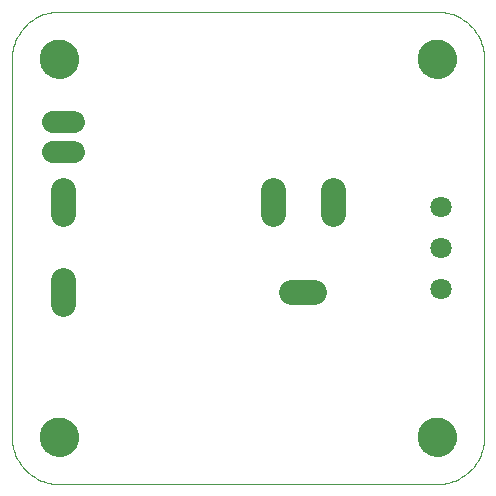
<source format=gbs>
G75*
G70*
%OFA0B0*%
%FSLAX24Y24*%
%IPPOS*%
%LPD*%
%AMOC8*
5,1,8,0,0,1.08239X$1,22.5*
%
%ADD10C,0.0820*%
%ADD11C,0.0749*%
%ADD12C,0.0709*%
%ADD13C,0.0000*%
%ADD14C,0.1300*%
D10*
X007309Y009433D02*
X007309Y010213D01*
X007309Y012433D02*
X007309Y013213D01*
X014309Y013213D02*
X014309Y012433D01*
X016309Y012433D02*
X016309Y013213D01*
X015699Y009823D02*
X014919Y009823D01*
D11*
X007684Y014486D02*
X006975Y014486D01*
X006975Y015486D02*
X007684Y015486D01*
D12*
X019919Y012671D03*
X019919Y011293D03*
X019919Y009915D03*
D13*
X005612Y004990D02*
X005612Y017589D01*
X006557Y017589D02*
X006559Y017639D01*
X006565Y017689D01*
X006575Y017738D01*
X006589Y017786D01*
X006606Y017833D01*
X006627Y017878D01*
X006652Y017922D01*
X006680Y017963D01*
X006712Y018002D01*
X006746Y018039D01*
X006783Y018073D01*
X006823Y018103D01*
X006865Y018130D01*
X006909Y018154D01*
X006955Y018175D01*
X007002Y018191D01*
X007050Y018204D01*
X007100Y018213D01*
X007149Y018218D01*
X007200Y018219D01*
X007250Y018216D01*
X007299Y018209D01*
X007348Y018198D01*
X007396Y018183D01*
X007442Y018165D01*
X007487Y018143D01*
X007530Y018117D01*
X007571Y018088D01*
X007610Y018056D01*
X007646Y018021D01*
X007678Y017983D01*
X007708Y017943D01*
X007735Y017900D01*
X007758Y017856D01*
X007777Y017810D01*
X007793Y017762D01*
X007805Y017713D01*
X007813Y017664D01*
X007817Y017614D01*
X007817Y017564D01*
X007813Y017514D01*
X007805Y017465D01*
X007793Y017416D01*
X007777Y017368D01*
X007758Y017322D01*
X007735Y017278D01*
X007708Y017235D01*
X007678Y017195D01*
X007646Y017157D01*
X007610Y017122D01*
X007571Y017090D01*
X007530Y017061D01*
X007487Y017035D01*
X007442Y017013D01*
X007396Y016995D01*
X007348Y016980D01*
X007299Y016969D01*
X007250Y016962D01*
X007200Y016959D01*
X007149Y016960D01*
X007100Y016965D01*
X007050Y016974D01*
X007002Y016987D01*
X006955Y017003D01*
X006909Y017024D01*
X006865Y017048D01*
X006823Y017075D01*
X006783Y017105D01*
X006746Y017139D01*
X006712Y017176D01*
X006680Y017215D01*
X006652Y017256D01*
X006627Y017300D01*
X006606Y017345D01*
X006589Y017392D01*
X006575Y017440D01*
X006565Y017489D01*
X006559Y017539D01*
X006557Y017589D01*
X005612Y017589D02*
X005614Y017666D01*
X005620Y017743D01*
X005629Y017820D01*
X005642Y017896D01*
X005659Y017972D01*
X005680Y018046D01*
X005704Y018120D01*
X005732Y018192D01*
X005763Y018262D01*
X005798Y018331D01*
X005836Y018399D01*
X005877Y018464D01*
X005922Y018527D01*
X005970Y018588D01*
X006020Y018647D01*
X006073Y018703D01*
X006129Y018756D01*
X006188Y018806D01*
X006249Y018854D01*
X006312Y018899D01*
X006377Y018940D01*
X006445Y018978D01*
X006514Y019013D01*
X006584Y019044D01*
X006656Y019072D01*
X006730Y019096D01*
X006804Y019117D01*
X006880Y019134D01*
X006956Y019147D01*
X007033Y019156D01*
X007110Y019162D01*
X007187Y019164D01*
X019785Y019164D01*
X019155Y017589D02*
X019157Y017639D01*
X019163Y017689D01*
X019173Y017738D01*
X019187Y017786D01*
X019204Y017833D01*
X019225Y017878D01*
X019250Y017922D01*
X019278Y017963D01*
X019310Y018002D01*
X019344Y018039D01*
X019381Y018073D01*
X019421Y018103D01*
X019463Y018130D01*
X019507Y018154D01*
X019553Y018175D01*
X019600Y018191D01*
X019648Y018204D01*
X019698Y018213D01*
X019747Y018218D01*
X019798Y018219D01*
X019848Y018216D01*
X019897Y018209D01*
X019946Y018198D01*
X019994Y018183D01*
X020040Y018165D01*
X020085Y018143D01*
X020128Y018117D01*
X020169Y018088D01*
X020208Y018056D01*
X020244Y018021D01*
X020276Y017983D01*
X020306Y017943D01*
X020333Y017900D01*
X020356Y017856D01*
X020375Y017810D01*
X020391Y017762D01*
X020403Y017713D01*
X020411Y017664D01*
X020415Y017614D01*
X020415Y017564D01*
X020411Y017514D01*
X020403Y017465D01*
X020391Y017416D01*
X020375Y017368D01*
X020356Y017322D01*
X020333Y017278D01*
X020306Y017235D01*
X020276Y017195D01*
X020244Y017157D01*
X020208Y017122D01*
X020169Y017090D01*
X020128Y017061D01*
X020085Y017035D01*
X020040Y017013D01*
X019994Y016995D01*
X019946Y016980D01*
X019897Y016969D01*
X019848Y016962D01*
X019798Y016959D01*
X019747Y016960D01*
X019698Y016965D01*
X019648Y016974D01*
X019600Y016987D01*
X019553Y017003D01*
X019507Y017024D01*
X019463Y017048D01*
X019421Y017075D01*
X019381Y017105D01*
X019344Y017139D01*
X019310Y017176D01*
X019278Y017215D01*
X019250Y017256D01*
X019225Y017300D01*
X019204Y017345D01*
X019187Y017392D01*
X019173Y017440D01*
X019163Y017489D01*
X019157Y017539D01*
X019155Y017589D01*
X019785Y019164D02*
X019862Y019162D01*
X019939Y019156D01*
X020016Y019147D01*
X020092Y019134D01*
X020168Y019117D01*
X020242Y019096D01*
X020316Y019072D01*
X020388Y019044D01*
X020458Y019013D01*
X020527Y018978D01*
X020595Y018940D01*
X020660Y018899D01*
X020723Y018854D01*
X020784Y018806D01*
X020843Y018756D01*
X020899Y018703D01*
X020952Y018647D01*
X021002Y018588D01*
X021050Y018527D01*
X021095Y018464D01*
X021136Y018399D01*
X021174Y018331D01*
X021209Y018262D01*
X021240Y018192D01*
X021268Y018120D01*
X021292Y018046D01*
X021313Y017972D01*
X021330Y017896D01*
X021343Y017820D01*
X021352Y017743D01*
X021358Y017666D01*
X021360Y017589D01*
X021360Y004990D01*
X019155Y004990D02*
X019157Y005040D01*
X019163Y005090D01*
X019173Y005139D01*
X019187Y005187D01*
X019204Y005234D01*
X019225Y005279D01*
X019250Y005323D01*
X019278Y005364D01*
X019310Y005403D01*
X019344Y005440D01*
X019381Y005474D01*
X019421Y005504D01*
X019463Y005531D01*
X019507Y005555D01*
X019553Y005576D01*
X019600Y005592D01*
X019648Y005605D01*
X019698Y005614D01*
X019747Y005619D01*
X019798Y005620D01*
X019848Y005617D01*
X019897Y005610D01*
X019946Y005599D01*
X019994Y005584D01*
X020040Y005566D01*
X020085Y005544D01*
X020128Y005518D01*
X020169Y005489D01*
X020208Y005457D01*
X020244Y005422D01*
X020276Y005384D01*
X020306Y005344D01*
X020333Y005301D01*
X020356Y005257D01*
X020375Y005211D01*
X020391Y005163D01*
X020403Y005114D01*
X020411Y005065D01*
X020415Y005015D01*
X020415Y004965D01*
X020411Y004915D01*
X020403Y004866D01*
X020391Y004817D01*
X020375Y004769D01*
X020356Y004723D01*
X020333Y004679D01*
X020306Y004636D01*
X020276Y004596D01*
X020244Y004558D01*
X020208Y004523D01*
X020169Y004491D01*
X020128Y004462D01*
X020085Y004436D01*
X020040Y004414D01*
X019994Y004396D01*
X019946Y004381D01*
X019897Y004370D01*
X019848Y004363D01*
X019798Y004360D01*
X019747Y004361D01*
X019698Y004366D01*
X019648Y004375D01*
X019600Y004388D01*
X019553Y004404D01*
X019507Y004425D01*
X019463Y004449D01*
X019421Y004476D01*
X019381Y004506D01*
X019344Y004540D01*
X019310Y004577D01*
X019278Y004616D01*
X019250Y004657D01*
X019225Y004701D01*
X019204Y004746D01*
X019187Y004793D01*
X019173Y004841D01*
X019163Y004890D01*
X019157Y004940D01*
X019155Y004990D01*
X019785Y003415D02*
X019862Y003417D01*
X019939Y003423D01*
X020016Y003432D01*
X020092Y003445D01*
X020168Y003462D01*
X020242Y003483D01*
X020316Y003507D01*
X020388Y003535D01*
X020458Y003566D01*
X020527Y003601D01*
X020595Y003639D01*
X020660Y003680D01*
X020723Y003725D01*
X020784Y003773D01*
X020843Y003823D01*
X020899Y003876D01*
X020952Y003932D01*
X021002Y003991D01*
X021050Y004052D01*
X021095Y004115D01*
X021136Y004180D01*
X021174Y004248D01*
X021209Y004317D01*
X021240Y004387D01*
X021268Y004459D01*
X021292Y004533D01*
X021313Y004607D01*
X021330Y004683D01*
X021343Y004759D01*
X021352Y004836D01*
X021358Y004913D01*
X021360Y004990D01*
X019785Y003416D02*
X007187Y003416D01*
X006557Y004990D02*
X006559Y005040D01*
X006565Y005090D01*
X006575Y005139D01*
X006589Y005187D01*
X006606Y005234D01*
X006627Y005279D01*
X006652Y005323D01*
X006680Y005364D01*
X006712Y005403D01*
X006746Y005440D01*
X006783Y005474D01*
X006823Y005504D01*
X006865Y005531D01*
X006909Y005555D01*
X006955Y005576D01*
X007002Y005592D01*
X007050Y005605D01*
X007100Y005614D01*
X007149Y005619D01*
X007200Y005620D01*
X007250Y005617D01*
X007299Y005610D01*
X007348Y005599D01*
X007396Y005584D01*
X007442Y005566D01*
X007487Y005544D01*
X007530Y005518D01*
X007571Y005489D01*
X007610Y005457D01*
X007646Y005422D01*
X007678Y005384D01*
X007708Y005344D01*
X007735Y005301D01*
X007758Y005257D01*
X007777Y005211D01*
X007793Y005163D01*
X007805Y005114D01*
X007813Y005065D01*
X007817Y005015D01*
X007817Y004965D01*
X007813Y004915D01*
X007805Y004866D01*
X007793Y004817D01*
X007777Y004769D01*
X007758Y004723D01*
X007735Y004679D01*
X007708Y004636D01*
X007678Y004596D01*
X007646Y004558D01*
X007610Y004523D01*
X007571Y004491D01*
X007530Y004462D01*
X007487Y004436D01*
X007442Y004414D01*
X007396Y004396D01*
X007348Y004381D01*
X007299Y004370D01*
X007250Y004363D01*
X007200Y004360D01*
X007149Y004361D01*
X007100Y004366D01*
X007050Y004375D01*
X007002Y004388D01*
X006955Y004404D01*
X006909Y004425D01*
X006865Y004449D01*
X006823Y004476D01*
X006783Y004506D01*
X006746Y004540D01*
X006712Y004577D01*
X006680Y004616D01*
X006652Y004657D01*
X006627Y004701D01*
X006606Y004746D01*
X006589Y004793D01*
X006575Y004841D01*
X006565Y004890D01*
X006559Y004940D01*
X006557Y004990D01*
X005612Y004990D02*
X005614Y004913D01*
X005620Y004836D01*
X005629Y004759D01*
X005642Y004683D01*
X005659Y004607D01*
X005680Y004533D01*
X005704Y004459D01*
X005732Y004387D01*
X005763Y004317D01*
X005798Y004248D01*
X005836Y004180D01*
X005877Y004115D01*
X005922Y004052D01*
X005970Y003991D01*
X006020Y003932D01*
X006073Y003876D01*
X006129Y003823D01*
X006188Y003773D01*
X006249Y003725D01*
X006312Y003680D01*
X006377Y003639D01*
X006445Y003601D01*
X006514Y003566D01*
X006584Y003535D01*
X006656Y003507D01*
X006730Y003483D01*
X006804Y003462D01*
X006880Y003445D01*
X006956Y003432D01*
X007033Y003423D01*
X007110Y003417D01*
X007187Y003415D01*
D14*
X007187Y004990D03*
X019785Y004990D03*
X019785Y017589D03*
X007187Y017589D03*
M02*

</source>
